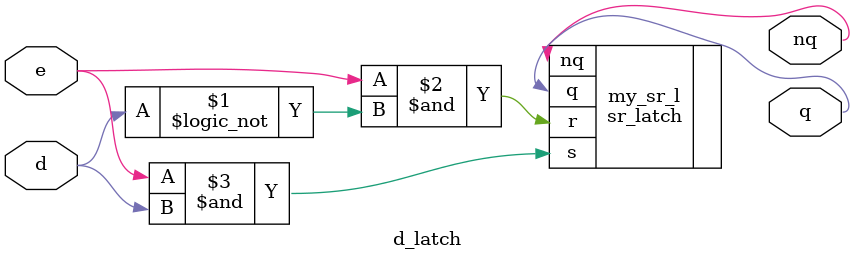
<source format=v>
module d_latch
(
    input wire d,
    input wire e,
    output wire q,
    output wire nq
);
sr_latch my_sr_l(.r(e & !d), .s(e & d), .q(q), .nq(nq));
endmodule

</source>
